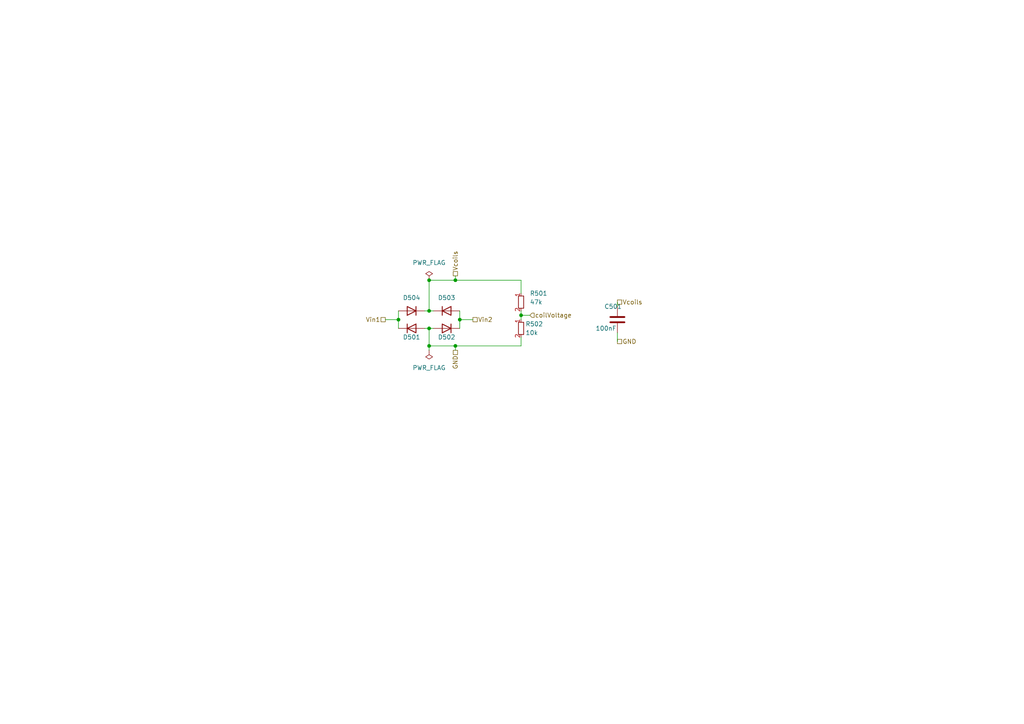
<source format=kicad_sch>
(kicad_sch (version 20231120) (generator "eeschema") (generator_version "8.0")
  (paper "A4")
  (lib_symbols
    (symbol "Device:C" (pin_numbers hide) (pin_names (offset 0.254))
      (property "Reference" "C" (at 0.635 2.54 0))
      (property "Value" "C" (at 0.635 -2.54 0))
      (symbol "C_0_1"
        (polyline (pts (xy -2.032 -0.762) (xy 2.032 -0.762)) (stroke (width 0.508)))
        (polyline (pts (xy -2.032 0.762) (xy 2.032 0.762)) (stroke (width 0.508)))
      )
      (symbol "C_1_1"
        (pin passive line (at 0 3.81 270) (length 2.794) (name "~") (number "1"))
        (pin passive line (at 0 -3.81 90) (length 2.794) (name "~") (number "2"))
      )
    )
    (symbol "custom_kicad_lib_sk:SS53" (pin_numbers hide) (pin_names (offset 1.016) hide)
      (property "Reference" "D" (at 0 2.54 0))
      (symbol "SS53_0_1"
        (polyline (pts (xy -1.27 2.54) (xy -1.27 0)) (stroke (width 0.254)))
        (polyline (pts (xy 1.27 1.27) (xy -1.27 1.27)))
        (polyline (pts (xy 1.27 2.54) (xy 1.27 0) (xy -1.27 1.27) (xy 1.27 2.54)) (stroke (width 0.254)))
      )
      (symbol "SS53_1_1"
        (pin passive line (at -3.81 1.27 0) (length 2.54) (name "K") (number "1"))
        (pin passive line (at 3.81 1.27 180) (length 2.54) (name "A") (number "2"))
      )
    )
    (symbol "power:PWR_FLAG" (power) (pin_numbers hide) (pin_names (offset 0) hide)
      (property "Value" "PWR_FLAG" (at 0 3.81 0))
      (symbol "PWR_FLAG_0_0"
        (pin power_out line (at 0 0 90) (length 0) (name "pwr") (number "1"))
      )
      (symbol "PWR_FLAG_0_1"
        (polyline (pts (xy 0 0) (xy 0 1.27) (xy -1.016 1.905) (xy 0 2.54) (xy 1.016 1.905) (xy 0 1.27)))
      )
    )
    (symbol "resistors_0603:R_10k_0603"
      (property "Reference" "R" (at 1.27 2.54 0))
      (property "Value" "10k" (at 2.54 -2.54 0))
      (symbol "R_10k_0603_0_1"
        (rectangle (start -0.762 1.778) (end 0.762 -1.778) (stroke (width 0.2032)))
      )
      (symbol "R_10k_0603_1_1"
        (pin passive line (at 0 2.54 270) (length 0.762) (name "~") (number "1"))
        (pin passive line (at 0 -2.54 90) (length 0.762) (name "~") (number "2"))
      )
    )
    (symbol "resistors_0603:R_47k_0603"
      (property "Reference" "R" (at 1.27 2.54 0))
      (property "Value" "47k" (at 2.54 -2.54 0))
      (symbol "R_47k_0603_0_1"
        (rectangle (start -0.762 1.778) (end 0.762 -1.778) (stroke (width 0.2032)))
      )
      (symbol "R_47k_0603_1_1"
        (pin passive line (at 0 2.54 270) (length 0.762) (name "~") (number "1"))
        (pin passive line (at 0 -2.54 90) (length 0.762) (name "~") (number "2"))
      )
    )
  )
  (junction (at 132.08 100.33))
  (junction (at 124.46 100.33))
  (junction (at 115.57 92.71))
  (junction (at 124.46 81.28))
  (junction (at 133.35 92.71))
  (junction (at 124.46 95.25))
  (junction (at 151.13 91.44))
  (junction (at 124.46 90.17))
  (junction (at 132.08 81.28))
  (wire (pts (xy 123.19 90.17) (xy 124.46 90.17)))
  (wire (pts (xy 133.35 92.71) (xy 137.16 92.71)))
  (wire (pts (xy 124.46 81.28) (xy 132.08 81.28)))
  (wire (pts (xy 124.46 100.33) (xy 132.08 100.33)))
  (wire (pts (xy 115.57 90.17) (xy 115.57 92.71)))
  (wire (pts (xy 151.13 81.28) (xy 151.13 85.09)))
  (wire (pts (xy 133.35 90.17) (xy 133.35 92.71)))
  (wire (pts (xy 179.07 87.63) (xy 179.07 88.9)))
  (wire (pts (xy 124.46 101.6) (xy 124.46 100.33)))
  (wire (pts (xy 132.08 100.33) (xy 151.13 100.33)))
  (wire (pts (xy 151.13 91.44) (xy 151.13 92.71)))
  (wire (pts (xy 124.46 81.28) (xy 124.46 90.17)))
  (wire (pts (xy 124.46 90.17) (xy 125.73 90.17)))
  (wire (pts (xy 124.46 95.25) (xy 125.73 95.25)))
  (wire (pts (xy 132.08 80.01) (xy 132.08 81.28)))
  (wire (pts (xy 111.76 92.71) (xy 115.57 92.71)))
  (wire (pts (xy 151.13 91.44) (xy 153.67 91.44)))
  (wire (pts (xy 151.13 90.17) (xy 151.13 91.44)))
  (wire (pts (xy 124.46 95.25) (xy 124.46 100.33)))
  (wire (pts (xy 132.08 100.33) (xy 132.08 101.6)))
  (wire (pts (xy 132.08 81.28) (xy 151.13 81.28)))
  (wire (pts (xy 123.19 95.25) (xy 124.46 95.25)))
  (wire (pts (xy 179.07 96.52) (xy 179.07 99.06)))
  (wire (pts (xy 151.13 100.33) (xy 151.13 97.79)))
  (wire (pts (xy 133.35 92.71) (xy 133.35 95.25)))
  (wire (pts (xy 115.57 92.71) (xy 115.57 95.25)))
  (hierarchical_label "Vin2" (shape passive) (at 137.16 92.71 0))
  (hierarchical_label "Vin1" (shape passive) (at 111.76 92.71 180))
  (hierarchical_label "Vcoils" (shape passive) (at 179.07 87.63 0))
  (hierarchical_label "coilVoltage" (shape input) (at 153.67 91.44 0))
  (hierarchical_label "GND" (shape passive) (at 132.08 101.6 270))
  (hierarchical_label "Vcoils" (shape passive) (at 132.08 80.01 90))
  (hierarchical_label "GND" (shape passive) (at 179.07 99.06 0))
  (symbol (lib_id "power:PWR_FLAG") (at 124.46 81.28 0) (unit 1)
    (property "Reference" "#FLG01" (effects (hide yes)))
    (property "Value" "PWR_FLAG" (at 124.46 76.2 0))
  )
  (symbol (lib_id "custom_kicad_lib_sk:SS53") (at 129.54 93.98 180) (unit 1)
    (property "Reference" "D502" (at 129.54 97.79 0))
    (property "Value" "SS53" (effects (hide yes)))
    (property "Footprint" "Diode_SMD:D_SMA" (effects (hide yes)))
    (property "Description" "Diode" (effects (hide yes)))
    (property "Sim.Device" "D" (effects (hide yes)))
    (property "Sim.Pins" "1=K 2=A" (effects (hide yes)))
    (property "JLCPCB Part#" "C8678" (effects (hide yes)))
  )
  (symbol (lib_id "resistors_0603:R_47k_0603") (at 151.13 87.63 0) (unit 1)
    (property "Reference" "R501" (at 153.67 85.09 0) (effects (justify left)))
    (property "Value" "47k" (at 153.67 87.63 0) (effects (justify left)))
    (property "Footprint" "custom_kicad_lib_sk:R_0603_smalltext" (effects (hide yes)))
    (property "JLCPCB Part#" "C25819" (effects (hide yes)))
  )
  (symbol (lib_id "custom_kicad_lib_sk:SS53") (at 119.38 96.52 0) (unit 1)
    (property "Reference" "D501" (at 119.38 97.79 0))
    (property "Value" "SS53" (effects (hide yes)))
    (property "Footprint" "Diode_SMD:D_SMA" (effects (hide yes)))
    (property "Description" "Diode" (effects (hide yes)))
    (property "Sim.Device" "D" (effects (hide yes)))
    (property "Sim.Pins" "1=K 2=A" (effects (hide yes)))
    (property "JLCPCB Part#" "C8678" (effects (hide yes)))
  )
  (symbol (lib_id "resistors_0603:R_10k_0603") (at 151.13 95.25 0) (unit 1)
    (property "Reference" "R502" (at 152.4 93.98 0) (effects (justify left)))
    (property "Value" "10k" (at 152.4 96.52 0) (effects (justify left)))
    (property "Footprint" "custom_kicad_lib_sk:R_0603_smalltext" (effects (hide yes)))
    (property "JLCPCB Part#" "C25804" (effects (hide yes)))
  )
  (symbol (lib_id "custom_kicad_lib_sk:SS53") (at 119.38 88.9 180) (unit 1)
    (property "Reference" "D504" (at 119.38 86.36 0))
    (property "Value" "SS53" (effects (hide yes)))
    (property "Footprint" "Diode_SMD:D_SMA" (effects (hide yes)))
    (property "Description" "Diode" (effects (hide yes)))
    (property "Sim.Device" "D" (effects (hide yes)))
    (property "Sim.Pins" "1=K 2=A" (effects (hide yes)))
    (property "JLCPCB Part#" "C8678" (effects (hide yes)))
  )
  (symbol (lib_id "custom_kicad_lib_sk:SS53") (at 129.54 91.44 0) (unit 1)
    (property "Reference" "D503" (at 129.54 86.36 0))
    (property "Value" "SS53" (effects (hide yes)))
    (property "Footprint" "Diode_SMD:D_SMA" (effects (hide yes)))
    (property "Description" "Diode" (effects (hide yes)))
    (property "Sim.Device" "D" (effects (hide yes)))
    (property "Sim.Pins" "1=K 2=A" (effects (hide yes)))
    (property "JLCPCB Part#" "C8678" (effects (hide yes)))
  )
  (symbol (lib_id "power:PWR_FLAG") (at 124.46 101.6 180) (unit 1)
    (property "Reference" "#FLG02" (effects (hide yes)))
    (property "Value" "PWR_FLAG" (at 124.46 106.68 0))
  )
  (symbol (lib_id "Device:C") (at 179.07 92.71 0) (unit 1)
    (property "Reference" "C501" (at 175.26 88.9 0) (effects (justify left)))
    (property "Value" "100nF" (at 172.72 95.25 0) (effects (justify left)))
    (property "Footprint" "Capacitor_SMD:C_0603_1608Metric_Pad1.08x0.95mm_HandSolder" (effects (hide yes)))
    (property "JLCPCB Part#" "C14663" (effects (hide yes)))
  )
)
</source>
